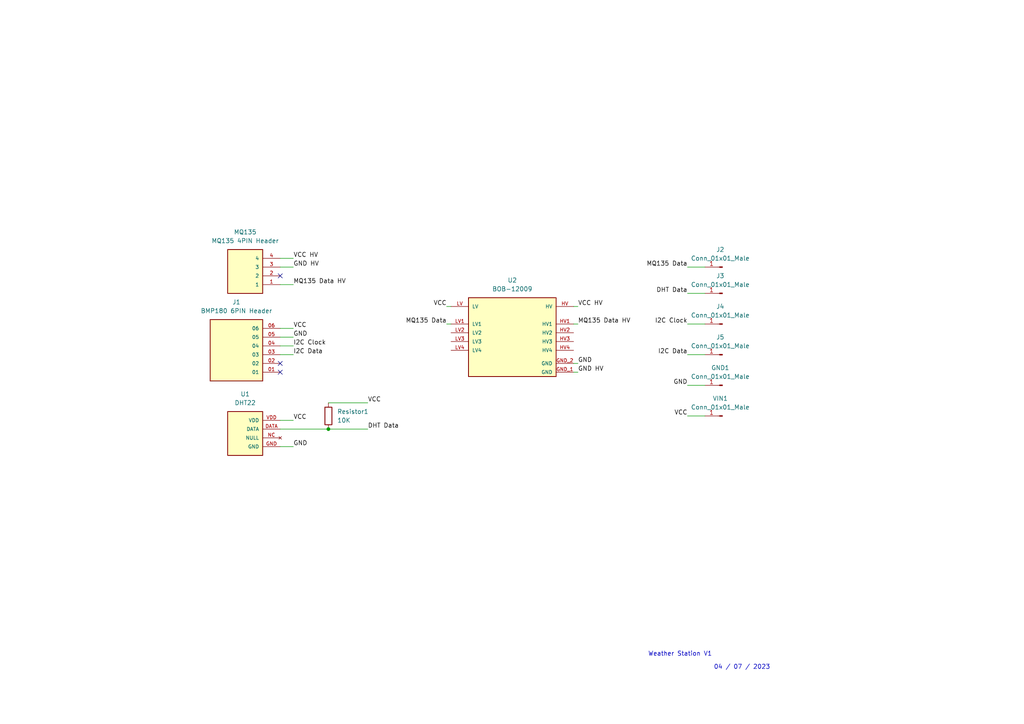
<source format=kicad_sch>
(kicad_sch (version 20211123) (generator eeschema)
  (paper "A4")
  (lib_symbols
    (symbol "BOB-12009:BOB-12009" (pin_names (offset 1.016))
      (property "Reference" "U2" (at 0 15.24 0))
      (property "Value" "BOB-12009" (at 0 12.7 0))
      (symbol "BOB-12009_0_0"
        (rectangle (start -12.7 -12.7) (end 12.7 10.16) (stroke (width 0.254)) (fill (type background)))
        (pin power_in line (at 17.78 -11.43 180) (length 5.08) (name "GND") (number "GND_1"))
        (pin power_in line (at 17.78 -8.89 180) (length 5.08) (name "GND") (number "GND_2"))
        (pin bidirectional line (at 17.78 7.62 180) (length 5.08) (name "HV") (number "HV"))
        (pin bidirectional line (at 17.78 2.54 180) (length 5.08) (name "HV1") (number "HV1"))
        (pin bidirectional line (at 17.78 0 180) (length 5.08) (name "HV2") (number "HV2"))
        (pin bidirectional line (at 17.78 -2.54 180) (length 5.08) (name "HV3") (number "HV3"))
        (pin bidirectional line (at 17.78 -5.08 180) (length 5.08) (name "HV4") (number "HV4"))
        (pin bidirectional line (at -17.78 7.62 0) (length 5.08) (name "LV") (number "LV"))
        (pin bidirectional line (at -17.78 2.54 0) (length 5.08) (name "LV1") (number "LV1"))
        (pin bidirectional line (at -17.78 0 0) (length 5.08) (name "LV2") (number "LV2"))
        (pin bidirectional line (at -17.78 -2.54 0) (length 5.08) (name "LV3") (number "LV3"))
        (pin bidirectional line (at -17.78 -5.08 0) (length 5.08) (name "LV4") (number "LV4"))
      )
    )
    (symbol "Connector:Conn_01x01_Male" (pin_names (offset 1.016) hide)
      (property "Reference" "J" (at 0 2.54 0))
      (property "Value" "Conn_01x01_Male" (at 0 -2.54 0))
      (symbol "Conn_01x01_Male_1_1"
        (polyline (pts (xy 1.27 0) (xy 0.8636 0)) (stroke (width 0.1524)))
        (rectangle (start 0.8636 0.127) (end 0 -0.127) (stroke (width 0.1524)) (fill (type outline)))
        (pin passive line (at 5.08 0 180) (length 3.81) (name "Pin_1") (number "1"))
      )
    )
    (symbol "DHT22:DHT22" (pin_names (offset 1.016))
      (property "Reference" "U" (at 0 0 0))
      (property "Value" "DHT22" (at 0 0 0))
      (symbol "DHT22_0_0"
        (rectangle (start 0 0) (end 10.16 12.7) (stroke (width 0.254)) (fill (type background)))
        (pin output line (at 15.24 7.62 180) (length 5.08) (name "DATA") (number "DATA"))
        (pin power_in line (at 15.24 2.54 180) (length 5.08) (name "GND") (number "GND"))
        (pin no_connect line (at 15.24 5.08 180) (length 5.08) (name "NULL") (number "NC"))
        (pin power_in line (at 15.24 10.16 180) (length 5.08) (name "VDD") (number "VDD"))
      )
    )
    (symbol "Device:R" (pin_numbers hide) (pin_names (offset 0))
      (property "Reference" "R" (at 2.032 0 90))
      (property "Value" "R" (at 0 0 90))
      (symbol "R_0_1"
        (rectangle (start -1.016 -2.54) (end 1.016 2.54) (stroke (width 0.254)))
      )
      (symbol "R_1_1"
        (pin passive line (at 0 3.81 270) (length 1.27) (name "~") (number "1"))
        (pin passive line (at 0 -3.81 90) (length 1.27) (name "~") (number "2"))
      )
    )
    (symbol "bmp18:HTSW-106-07-S-S-LL" (pin_names (offset 1.016))
      (property "Reference" "J" (at -8.12 10.16 0))
      (property "Value" "HTSW-106-07-S-S-LL" (at -7.62 -10.16 0))
      (symbol "HTSW-106-07-S-S-LL_0_0"
        (rectangle (start -7.62 -7.62) (end 7.62 10.16) (stroke (width 0.254)) (fill (type background)))
        (pin passive line (at -12.7 7.62 0) (length 5.08) (name "01") (number "01"))
        (pin passive line (at -12.7 5.08 0) (length 5.08) (name "02") (number "02"))
        (pin passive line (at -12.7 2.54 0) (length 5.08) (name "03") (number "03"))
        (pin passive line (at -12.7 0 0) (length 5.08) (name "04") (number "04"))
        (pin passive line (at -12.7 -2.54 0) (length 5.08) (name "05") (number "05"))
        (pin passive line (at -12.7 -5.08 0) (length 5.08) (name "06") (number "06"))
      )
    )
    (symbol "mq135:3-641215-4" (pin_names (offset 1.016))
      (property "Reference" "J" (at -5.58 7.62 0))
      (property "Value" "3-641215-4" (at -5.08 -7.62 0))
      (symbol "3-641215-4_0_0"
        (rectangle (start -5.08 -5.08) (end 5.08 7.62) (stroke (width 0.254)) (fill (type background)))
        (pin passive line (at -10.16 5.08 0) (length 5.08) (name "1") (number "1"))
        (pin passive line (at -10.16 2.54 0) (length 5.08) (name "2") (number "2"))
        (pin passive line (at -10.16 0 0) (length 5.08) (name "3") (number "3"))
        (pin passive line (at -10.16 -2.54 0) (length 5.08) (name "4") (number "4"))
      )
    )
  )
  (junction (at 95.25 124.46))
  (no_connect (at 81.28 105.41))
  (no_connect (at 81.28 107.95))
  (no_connect (at 81.28 80.01))
  (wire (pts (xy 167.64 93.98) (xy 166.37 93.98)))
  (wire (pts (xy 199.39 111.76) (xy 204.47 111.76)))
  (wire (pts (xy 199.39 93.98) (xy 204.47 93.98)))
  (wire (pts (xy 85.09 102.87) (xy 81.28 102.87)))
  (wire (pts (xy 199.39 102.87) (xy 204.47 102.87)))
  (wire (pts (xy 199.39 77.47) (xy 204.47 77.47)))
  (wire (pts (xy 85.09 129.54) (xy 81.28 129.54)))
  (wire (pts (xy 85.09 74.93) (xy 81.28 74.93)))
  (wire (pts (xy 85.09 82.55) (xy 81.28 82.55)))
  (wire (pts (xy 85.09 97.79) (xy 81.28 97.79)))
  (wire (pts (xy 167.64 107.95) (xy 166.37 107.95)))
  (wire (pts (xy 129.54 88.9) (xy 130.81 88.9)))
  (wire (pts (xy 167.64 88.9) (xy 166.37 88.9)))
  (wire (pts (xy 95.25 116.84) (xy 106.68 116.84)))
  (wire (pts (xy 167.64 105.41) (xy 166.37 105.41)))
  (wire (pts (xy 85.09 77.47) (xy 81.28 77.47)))
  (wire (pts (xy 85.09 100.33) (xy 81.28 100.33)))
  (wire (pts (xy 85.09 95.25) (xy 81.28 95.25)))
  (wire (pts (xy 85.09 121.92) (xy 81.28 121.92)))
  (wire (pts (xy 95.25 124.46) (xy 81.28 124.46)))
  (wire (pts (xy 106.68 124.46) (xy 95.25 124.46)))
  (wire (pts (xy 199.39 120.65) (xy 204.47 120.65)))
  (wire (pts (xy 199.39 85.09) (xy 204.47 85.09)))
  (wire (pts (xy 129.54 93.98) (xy 130.81 93.98)))
  (text "Weather Station V1\n" (at 187.96 190.5 0) (effects (font (size 1.27 1.27)) (justify left bottom)))
  (text "04 / 07 / 2023\n" (at 207.01 194.31 0) (effects (font (size 1.27 1.27)) (justify left bottom)))
  (label "MQ135 Data HV" (at 167.64 93.98 0))
  (label "VCC" (at 199.39 120.65 180))
  (label "VCC HV" (at 85.09 74.93 0))
  (label "I2C Clock" (at 199.39 93.98 180))
  (label "I2C Clock" (at 85.09 100.33 0))
  (label "GND HV" (at 167.64 107.95 0))
  (label "VCC HV" (at 167.64 88.9 0))
  (label "MQ135 Data HV" (at 85.09 82.55 0))
  (label "GND" (at 167.64 105.41 0))
  (label "VCC" (at 129.54 88.9 180))
  (label "VCC" (at 106.68 116.84 0))
  (label "MQ135 Data" (at 129.54 93.98 180))
  (label "DHT Data" (at 106.68 124.46 0))
  (label "VCC" (at 85.09 121.92 0))
  (label "VCC" (at 85.09 95.25 0))
  (label "I2C Data" (at 199.39 102.87 180))
  (label "GND HV" (at 85.09 77.47 0))
  (label "GND" (at 85.09 97.79 0))
  (label "DHT Data" (at 199.39 85.09 180))
  (label "I2C Data" (at 85.09 102.87 0))
  (label "GND" (at 85.09 129.54 0))
  (label "MQ135 Data" (at 199.39 77.47 180))
  (label "GND" (at 199.39 111.76 180))
  (symbol (lib_id "mq135:3-641215-4") (at 71.12 77.47 180) (unit 1)
    (property "Reference" "MQ135" (at 71.12 67.31 0))
    (property "Value" "MQ135 4PIN Header" (at 71.12 69.85 0))
    (property "Footprint" "mq135:TE_3-641215-4" (effects hide))
    (property "Comment" "3-641215-4" (effects hide))
  )
  (symbol (lib_id "Connector:Conn_01x01_Male") (at 209.55 111.76 180) (unit 1)
    (property "Reference" "GND1" (at 208.915 106.68 0))
    (property "Value" "Conn_01x01_Male" (at 208.915 109.22 0))
    (property "Footprint" "Connector_PinHeader_2.54mm:PinHeader_1x01_P2.54mm_Vertical" (effects hide))
  )
  (symbol (lib_id "Connector:Conn_01x01_Male") (at 209.55 102.87 180) (unit 1)
    (property "Reference" "J5" (at 208.915 97.79 0))
    (property "Value" "Conn_01x01_Male" (at 208.915 100.33 0))
    (property "Footprint" "Connector_PinHeader_2.54mm:PinHeader_1x01_P2.54mm_Vertical" (effects hide))
  )
  (symbol (lib_id "bmp18:HTSW-106-07-S-S-LL") (at 68.58 100.33 180) (unit 1)
    (property "Reference" "J1" (at 68.58 87.63 0))
    (property "Value" "BMP180 6PIN Header" (at 68.58 90.17 0))
    (property "Footprint" "bmp180:SAMTEC_HTSW-106-07-S-S-LL" (effects hide))
    (property "PARTREV" "R" (effects hide))
    (property "STANDARD" "Manufacturer Recommendations" (effects hide))
    (property "MANUFACTURER" "Samtec" (effects hide))
  )
  (symbol (lib_id "Connector:Conn_01x01_Male") (at 209.55 77.47 180) (unit 1)
    (property "Reference" "J2" (at 208.915 72.39 0))
    (property "Value" "Conn_01x01_Male" (at 208.915 74.93 0))
    (property "Footprint" "Connector_PinHeader_2.54mm:PinHeader_1x01_P2.54mm_Vertical" (effects hide))
  )
  (symbol (lib_id "Connector:Conn_01x01_Male") (at 209.55 93.98 180) (unit 1)
    (property "Reference" "J4" (at 208.915 88.9 0))
    (property "Value" "Conn_01x01_Male" (at 208.915 91.44 0))
    (property "Footprint" "Connector_PinHeader_2.54mm:PinHeader_1x01_P2.54mm_Vertical" (effects hide))
  )
  (symbol (lib_id "Device:R") (at 95.25 120.65 0) (unit 1)
    (property "Reference" "Resistor1" (at 97.79 119.3799 0) (effects (justify left)))
    (property "Value" "10K" (at 97.79 121.9199 0) (effects (justify left)))
    (property "Footprint" "Resistor_THT:R_Axial_DIN0207_L6.3mm_D2.5mm_P10.16mm_Horizontal" (effects hide))
  )
  (symbol (lib_id "DHT22:DHT22") (at 66.04 132.08 0) (unit 1)
    (property "Reference" "U1" (at 71.12 114.3 0))
    (property "Value" "DHT22" (at 71.12 116.84 0))
    (property "Footprint" "dht22:DHT22" (effects hide))
  )
  (symbol (lib_id "Connector:Conn_01x01_Male") (at 209.55 85.09 180) (unit 1)
    (property "Reference" "J3" (at 208.915 80.01 0))
    (property "Value" "Conn_01x01_Male" (at 208.915 82.55 0))
    (property "Footprint" "Connector_PinHeader_2.54mm:PinHeader_1x01_P2.54mm_Vertical" (effects hide))
  )
  (symbol (lib_id "BOB-12009:BOB-12009") (at 148.59 96.52 0) (unit 1)
    (property "Reference" "U2" (at 148.59 81.28 0))
    (property "Value" "BOB-12009" (at 148.59 83.82 0))
    (property "Footprint" "bob-12009:CONV_BOB-12009" (effects hide))
    (property "PARTREV" "01" (effects hide))
    (property "STANDARD" "Manufacturer Recommendations" (effects hide))
    (property "MAXIMUM_PACKAGE_HEIGHT" "N/A" (effects hide))
    (property "MANUFACTURER" "SparkFun Electronics" (effects hide))
  )
  (symbol (lib_id "Connector:Conn_01x01_Male") (at 209.55 120.65 180) (unit 1)
    (property "Reference" "VIN1" (at 208.915 115.57 0))
    (property "Value" "Conn_01x01_Male" (at 208.915 118.11 0))
    (property "Footprint" "Connector_PinHeader_2.54mm:PinHeader_1x01_P2.54mm_Vertical" (effects hide))
  )
)
</source>
